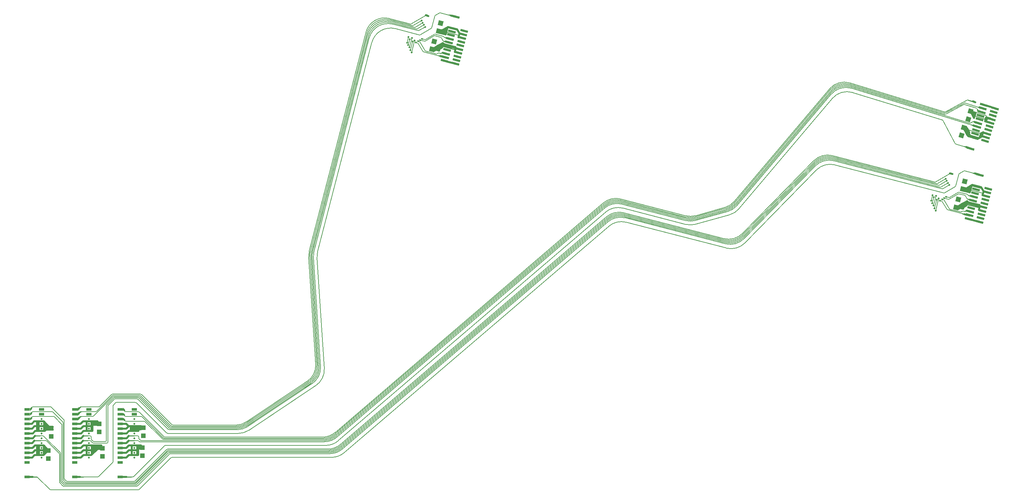
<source format=gbr>
*
G4_C Author: OrCAD GerbTool(tm) 8.1.1 Wed Jun 18 23:47:49 2003*
G4 Mass Parameters *
G4 Image *
G4 Aperture Definitions *
G4 Plot Data *
G4 Mass Parameters *
G4 Image *
G4 Aperture Definitions *
G4 Plot Data *
G4 Mass Parameters *
G4 Image *
G4 Aperture Definitions *
G4 Plot Data *
G4 Mass Parameters *
G4 Image *
G4 Aperture Definitions *
G4 Plot Data *
G4 Mass Parameters *
G4 Image *
G4 Aperture Definitions *
G4 Plot Data *
G4 Mass Parameters *
G4 Image *
G4 Aperture Definitions *
G4 Plot Data *
G4 Mass Parameters *
G4 Image *
G4 Aperture Definitions *
G4 Plot Data *
G4 Mass Parameters *
G4 Image *
G4 Aperture Definitions *
G4 Plot Data *
%LPD*%
%FSLAX34Y34*%
%MOIN*%
%AD*%
%AMD25R98*
20,1,0.025000,0.000000,-0.035000,0.000000,0.035000,98.600000*
%
%AMD10R98*
20,1,0.050000,-0.025000,0.000000,0.025000,0.000000,98.600000*
%
%AMD25R98N2*
20,1,0.025000,0.000000,-0.035000,0.000000,0.035000,98.600000*
%
%AMD10R98N2*
20,1,0.050000,-0.025000,0.000000,0.025000,0.000000,98.600000*
%
%AMD25R86*
20,1,0.025000,0.000000,-0.035000,0.000000,0.035000,86.080000*
%
%AMD10R86*
20,1,0.050000,-0.025000,0.000000,0.025000,0.000000,86.080000*
%
%AMD16R5*
20,1,0.025000,-0.035000,0.000000,0.035000,0.000000,5.450000*
%
%AMD10R5*
20,1,0.050000,-0.025000,0.000000,0.025000,0.000000,5.450000*
%
%AMD16R5N2*
20,1,0.025000,-0.035000,0.000000,0.035000,0.000000,5.450000*
%
%AMD10R5N2*
20,1,0.050000,-0.025000,0.000000,0.025000,0.000000,5.450000*
%
%AMD31R3*
20,1,0.025000,0.034920,-0.002390,-0.034920,0.002390,3.950000*
%
%AMD32R3*
20,1,0.050000,-0.001710,-0.024940,0.001710,0.024940,3.950000*
%
%AMD31R3N2*
20,1,0.025000,0.034920,-0.002390,-0.034920,0.002390,3.910000*
%
%AMD32R3N2*
20,1,0.050000,-0.001710,-0.024940,0.001710,0.024940,3.910000*
%
%AMD31R3N3*
20,1,0.025000,0.034920,-0.002390,-0.034920,0.002390,3.920000*
%
%AMD32R3N3*
20,1,0.050000,-0.001710,-0.024940,0.001710,0.024940,3.920000*
%
%AMD29R80*
20,1,0.022000,0.000000,-0.040000,0.000000,0.040000,80.000000*
%
%AMD42R80*
20,1,0.050000,-0.025000,0.000000,0.025000,0.000000,80.000000*
%
%AMD43R280*
20,1,0.022000,0.039390,-0.006950,-0.039390,0.006950,280.000000*
%
%AMD44R280*
20,1,0.050000,-0.004340,-0.024620,0.004340,0.024620,280.000000*
%
%AMD45R78*
20,1,0.022000,0.000000,-0.040000,0.000000,0.040000,78.000000*
%
%AMD46R78*
20,1,0.050000,-0.025000,0.000000,0.025000,0.000000,78.000000*
%
%AMD29R75*
20,1,0.022000,0.000000,-0.040000,0.000000,0.040000,75.000000*
%
%AMD42R75*
20,1,0.050000,-0.025000,0.000000,0.025000,0.000000,75.000000*
%
%AMD29R73*
20,1,0.022000,0.000000,-0.040000,0.000000,0.040000,73.000000*
%
%AMD42R73*
20,1,0.050000,-0.025000,0.000000,0.025000,0.000000,73.000000*
%
%AMD29R75N2*
20,1,0.022000,0.000000,-0.040000,0.000000,0.040000,75.500000*
%
%AMD42R75N2*
20,1,0.050000,-0.025000,0.000000,0.025000,0.000000,75.500000*
%
%AMD29R75N3*
20,1,0.022000,0.000000,-0.040000,0.000000,0.040000,75.500000*
%
%AMD42R75N3*
20,1,0.050000,-0.025000,0.000000,0.025000,0.000000,75.500000*
%
%AMD29R75N4*
20,1,0.022000,0.000000,-0.040000,0.000000,0.040000,75.500000*
%
%AMD42R75N4*
20,1,0.050000,-0.025000,0.000000,0.025000,0.000000,75.500000*
%
%AMD57R359*
20,1,0.022000,0.038730,-0.010020,-0.038730,0.010020,359.000000*
%
%AMD58R359*
20,1,0.050000,-0.006260,-0.024200,0.006260,0.024200,359.000000*
%
%AMD59R359*
20,1,0.022000,0.038550,-0.010690,-0.038550,0.010690,359.000000*
%
%AMD60R359*
20,1,0.050000,-0.006680,-0.024090,0.006680,0.024090,359.000000*
%
%AMD61R359*
20,1,0.022000,0.038360,-0.011360,-0.038360,0.011360,359.500000*
%
%AMD62R359*
20,1,0.050000,-0.007100,-0.023970,0.007100,0.023970,359.500000*
%
%ADD10R,0.050000X0.050000*%
%ADD11C,0.006000*%
%ADD12C,0.019000*%
%ADD13C,0.007900*%
%ADD14C,0.005000*%
%ADD15C,0.000800*%
%ADD16R,0.070000X0.025000*%
%ADD17R,0.068000X0.023000*%
%ADD18C,0.006000*%
%ADD19C,0.009800*%
%ADD20C,0.010000*%
%ADD21C,0.030000*%
%ADD22C,0.060000*%
%ADD23C,0.035000*%
%ADD24C,0.055000*%
%ADD25R,0.025000X0.070000*%
%ADD26D25R98*%
%ADD27R,0.029000X0.058000*%
%ADD28R,0.031000X0.060000*%
%ADD29R,0.022000X0.080000*%
%ADD30R,0.024000X0.082000*%
%ADD31R,0.030000X0.030000*%
%ADD32D10R86*%
%ADD33D16R5*%
%ADD34D10R5*%
%ADD35D16R5N2*%
%ADD36D10R5N2*%
%ADD37D31R3*%
%ADD38D32R3*%
%ADD39R,0.070000X0.025000*%
%ADD40D32R3N2*%
%ADD41R,0.070000X0.025000*%
%ADD42R,0.050000X0.050000*%
%ADD43D29R80*%
%ADD44D42R80*%
%ADD45R,0.022000X0.080000*%
%ADD46R,0.050000X0.050000*%
%ADD47D45R78*%
%ADD48D46R78*%
%ADD49D29R75*%
%ADD50D42R75*%
%ADD51D29R73*%
%ADD52D42R73*%
%ADD53D29R75N2*%
%ADD54D42R75N2*%
%ADD55D29R75N3*%
%ADD56D42R75N3*%
%ADD57D29R75N4*%
%ADD58D42R75N4*%
%ADD59D57R359*%
%ADD60D58R359*%
%ADD61D59R359*%
%ADD62D60R359*%
%ADD63D61R359*%
%ADD64D62R359*%
%ADD256R,0.058000X0.029000*%
G4_C OrCAD GerbTool Tool List *
G54D20*
G1X11531Y1861D2*
G1X11022Y1861D1*
G1X12214Y4121D2*
G54D12*
G1X12214Y4594D1*
G1X12214Y4239D2*
G1X12214Y4711D1*
G1X12267Y6616D2*
G1X12268Y7090D1*
G1X12185Y6111D2*
G54D11*
G1X11597Y6110D1*
G1X12285Y6011D2*
G75*
G3X12185Y6111I-100J0D1*
G74*
G1X11680Y1861D2*
G1X11418Y1861D1*
G1X11750Y1890D2*
G75*
G2X11680Y1861I-71J71D1*
G74*
G1X6222Y1859D2*
G54D12*
G1X5671Y1859D1*
G1X8064Y1862D2*
G54D11*
G1X6420Y1861D1*
G1X8134Y1891D2*
G75*
G2X8064Y1862I-71J71D1*
G74*
G1X6121Y1859D2*
G54D20*
G1X6562Y1859D1*
G1X1322Y1861D2*
G54D12*
G1X773Y1861D1*
G1X1732Y1861D2*
G54D20*
G1X1223Y1861D1*
G1X1802Y1830D2*
G75*
G54D11*
G3X1732Y1861I-71J-71D1*
G74*
G1X10962Y7361D2*
G54D12*
G1X10386Y7360D1*
G1X10517Y6360D2*
G1X11012Y6360D1*
G1X11263Y6612D1*
G1X10524Y5859D2*
G1X11023Y5859D1*
G1X11009Y4862D2*
G1X10462Y4862D1*
G1X10461Y4362D2*
G1X11008Y4362D1*
G1X11259Y4612D1*
G1X10995Y5361D2*
G1X11246Y5612D1*
G1X11260Y5112D2*
G1X11009Y4862D1*
G1X11250Y4112D2*
G1X11002Y3862D1*
G1X11023Y5859D2*
G1X11276Y6112D1*
G1X11007Y6864D2*
G1X10434Y6864D1*
G1X11255Y7112D2*
G1X11007Y6864D1*
G1X9620Y9219D2*
G75*
G54D11*
G2X9650Y9290I100J0D1*
G74*
G1X6322Y9104D2*
G1X6192Y8998D1*
G1X6262Y7358D2*
G54D12*
G1X6514Y7610D1*
G1X6311Y6358D2*
G1X6562Y6610D1*
G1X6308Y4360D2*
G1X6558Y4609D1*
G1X6294Y5360D2*
G1X6544Y5610D1*
G1X6558Y5109D2*
G1X6309Y4860D1*
G1X6549Y4110D2*
G1X6300Y3860D1*
G1X6544Y5610D2*
G54D20*
G1X7021Y5609D1*
G1X6322Y5858D2*
G54D12*
G1X6576Y6111D1*
G1X6576Y6110D2*
G54D20*
G1X7022Y6110D1*
G1X7823Y4610D2*
G54D12*
G1X6575Y4610D1*
G1X7874Y4609D2*
G1X7373Y4110D1*
G1X6549Y4110D1*
G1X6554Y7110D2*
G1X6307Y6861D1*
G1X7847Y4661D2*
G1X7397Y5110D1*
G1X7481Y7110D2*
G1X6554Y7110D1*
G1X6514Y7610D2*
G1X7481Y7610D1*
G1X7482Y6610D2*
G1X6562Y6610D1*
G1X8230Y4963D2*
G1X7729Y4464D1*
G1X6182Y8480D2*
G54D11*
G1X6318Y8592D1*
G75*
G2X6381Y8614I63J-78D1*
G74*
G1X6294Y8072D2*
G1X6187Y7985D1*
G1X6358Y8096D2*
G75*
G3X6294Y8072I0J-100D1*
G74*
G1X7245Y5610D2*
G1X6796Y5610D1*
G1X7317Y5580D2*
G75*
G3X7245Y5610I-71J-71D1*
G74*
G1X7389Y5721D2*
G75*
G2X7360Y5791I71J71D1*
G74*
G1X7360Y6009D1*
G1X7260Y6110D2*
G1X6796Y6110D1*
G1X7360Y6009D2*
G75*
G3X7260Y6110I-100J0D1*
G74*
G1X7555Y5554D2*
G1X7389Y5721D1*
G1X7626Y5524D2*
G75*
G2X7555Y5554I0J100D1*
G74*
G1X7507Y5389D2*
G1X7317Y5580D1*
G1X7578Y5360D2*
G75*
G2X7507Y5389I0J100D1*
G74*
G1X1036Y7755D2*
G1X1166Y7861D1*
G1X1036Y7968D1*
G1X1056Y7939D2*
G1X1056Y7785D1*
G1X1094Y7916D2*
G1X1093Y7807D1*
G1X1041Y7862D2*
G1X1166Y7861D1*
G1X1036Y8255D2*
G1X1166Y8362D1*
G1X1057Y8439D2*
G1X1056Y8285D1*
G1X1093Y8416D2*
G1X1094Y8308D1*
G1X1041Y8362D2*
G1X1166Y8362D1*
G1X1058Y8939D2*
G1X1057Y8785D1*
G1X1094Y8916D2*
G1X1095Y8808D1*
G1X1043Y8861D2*
G1X1167Y8862D1*
G1X1233Y8517D2*
G75*
G2X1332Y8617I100J0D1*
G74*
G1X1233Y8461D2*
G1X1233Y8517D1*
G1X1132Y8362D2*
G75*
G3X1233Y8461I0J100D1*
G74*
G1X1041Y7862D2*
G1X1166Y7861D1*
G1X1232Y8016D2*
G75*
G2X1332Y8116I100J0D1*
G74*
G1X1233Y7962D2*
G1X1232Y8016D1*
G1X1132Y7862D2*
G75*
G3X1233Y7962I0J100D1*
G74*
G1X1166Y8862D2*
G1X1036Y8968D1*
G1X1042Y8862D2*
G1X1166Y8862D1*
G1X1132Y8861D2*
G75*
G3X1232Y8962I0J100D1*
G74*
G1X1164Y8361D2*
G1X1035Y8468D1*
G1X1081Y8407D2*
G1X1206Y8406D1*
G1X1085Y8442D2*
G1X1210Y8442D1*
G1X1132Y8481D2*
G1X1262Y8587D1*
G1X1090Y8416D2*
G1X1220Y8522D1*
G1X1021Y8467D2*
G1X1145Y8466D1*
G1X1099Y8389D2*
G1X1229Y8495D1*
G1X1034Y8968D2*
G1X1160Y8968D1*
G1X1074Y8908D2*
G1X1198Y8908D1*
G1X1076Y8947D2*
G1X1201Y8946D1*
G1X1230Y9019D2*
G1X1100Y8912D1*
G1X1223Y8978D2*
G1X1093Y8872D1*
G1X1208Y8953D2*
G1X1078Y8847D1*
G1X1073Y8433D2*
G1X1203Y8540D1*
G1X1137Y7986D2*
G1X1267Y8092D1*
G1X1056Y7920D2*
G1X1186Y8026D1*
G1X997Y7967D2*
G1X1121Y7967D1*
G1X1089Y7906D2*
G1X1214Y7906D1*
G1X1092Y7939D2*
G1X1217Y7939D1*
G1X1096Y7966D2*
G1X1221Y7965D1*
G1X1091Y7907D2*
G1X1221Y8014D1*
G1X1232Y8962D2*
G1X1232Y9022D1*
G75*
G2X1333Y9122I100J0D1*
G74*
G1X1274Y9105D2*
G1X1144Y8999D1*
G1X1218Y9060D2*
G1X1088Y8954D1*
G1X1213Y7359D2*
G54D12*
G1X636Y7360D1*
G1X1213Y7359D2*
G1X1465Y7611D1*
G1X1105Y8921D2*
G54D11*
G1X1233Y9050D1*
G1X766Y6359D2*
G54D12*
G1X1262Y6359D1*
G1X774Y5859D2*
G1X1274Y5859D1*
G1X712Y3861D2*
G1X1212Y3861D1*
G1X1260Y4861D2*
G1X712Y4860D1*
G1X712Y4361D2*
G1X1258Y4361D1*
G1X712Y5361D2*
G1X1246Y5361D1*
G1X1495Y5611D1*
G1X1501Y4111D2*
G1X1251Y3861D1*
G1X1257Y6862D2*
G1X685Y6863D1*
G1X1505Y7111D2*
G1X1257Y6862D1*
G1X1048Y8765D2*
G54D11*
G1X1178Y8872D1*
G1X1626Y6111D2*
G54D20*
G1X2072Y6110D1*
G1X2925Y4611D2*
G54D12*
G1X2425Y4111D1*
G1X2897Y4661D2*
G1X2448Y5111D1*
G1X1311Y6359D2*
G1X1563Y6611D1*
G1X1307Y4361D2*
G1X1558Y4611D1*
G1X1558Y5110D2*
G1X1309Y4861D1*
G1X1323Y5859D2*
G1X1575Y6112D1*
G1X14970Y5981D2*
G75*
G54D11*
G2X14900Y6010I0J100D1*
G74*
G1X14898Y5861D2*
G75*
G2X14828Y5890I0J100D1*
G74*
G1X14817Y5741D2*
G75*
G2X14747Y5770I0J100D1*
G74*
G1X14952Y5092D2*
G1X11750Y1890D1*
G1X15022Y5121D2*
G75*
G3X14952Y5092I0J-100D1*
G74*
G1X15263Y4741D2*
G75*
G3X15193Y4712I0J-100D1*
G74*
G1X15251Y4592D2*
G75*
G2X15321Y4621I71J-71D1*
G74*
G1X15378Y4501D2*
G75*
G3X15308Y4472I0J-100D1*
G74*
G1X15371Y4352D2*
G75*
G2X15441Y4381I71J-71D1*
G74*
G1X15515Y4261D2*
G75*
G3X15445Y4232I0J-100D1*
G74*
G1X15640Y3852D2*
G75*
G2X15710Y3881I71J-71D1*
G74*
G1X9755Y9929D2*
G75*
G2X9825Y9958I71J-71D1*
G74*
G1X9681Y10049D2*
G75*
G2X9751Y10078I71J-71D1*
G74*
G1X9618Y10169D2*
G75*
G2X9688Y10198I71J-71D1*
G74*
G1X9561Y10289D2*
G75*
G2X9631Y10318I71J-71D1*
G74*
G1X9504Y10409D2*
G75*
G2X9574Y10438I71J-71D1*
G74*
G1X9650Y9290D2*
G1X9906Y9547D1*
G75*
G2X9976Y9576I71J-71D1*
G74*
G1X12146Y931D2*
G1X15445Y4232D1*
G1X12076Y902D2*
G75*
G3X12146Y931I0J100D1*
G74*
G1X15371Y4352D2*
G1X12071Y1051D1*
G75*
G2X12001Y1022I-71J71D1*
G74*
G1X12008Y1171D2*
G1X15308Y4472D1*
G1X11938Y1142D2*
G75*
G3X12008Y1171I0J100D1*
G74*
G1X15251Y4592D2*
G1X11951Y1291D1*
G75*
G2X11881Y1262I-71J71D1*
G74*
G1X11893Y1411D2*
G1X15193Y4712D1*
G1X11823Y1382D2*
G75*
G3X11893Y1411I0J100D1*
G74*
G1X11823Y1382D2*
G1X4874Y1382D1*
G75*
G2X4804Y1411I0J100D1*
G74*
G1X4775Y1262D2*
G1X11881Y1262D1*
G1X4704Y1291D2*
G75*
G3X4775Y1262I71J71D1*
G74*
G1X11938Y1142D2*
G1X4677Y1142D1*
G75*
G2X4606Y1171I0J100D1*
G74*
G1X4602Y1022D2*
G1X12001Y1022D1*
G1X4532Y1051D2*
G75*
G3X4602Y1022I71J71D1*
G74*
G1X12076Y902D2*
G1X4503Y902D1*
G75*
G2X4433Y931I0J100D1*
G74*
G1X4119Y1245D1*
G1X4090Y1315D2*
G75*
G3X4119Y1245I100J0D1*
G74*
G1X4532Y1051D2*
G1X4239Y1344D1*
G75*
G2X4210Y1414I71J71D1*
G74*
G1X4606Y1171D2*
G1X4359Y1420D1*
G75*
G2X4330Y1490I71J71D1*
G74*
G1X4479Y1518D2*
G1X4704Y1291D1*
G1X4450Y1588D2*
G75*
G3X4479Y1518I100J0D1*
G74*
G1X4804Y1411D2*
G1X4602Y1613D1*
G75*
G2X4573Y1683I71J71D1*
G74*
G1X4090Y1315D2*
G1X4090Y4220D1*
G75*
G3X4061Y4290I-100J0D1*
G74*
G1X4210Y1414D2*
G1X4210Y4270D1*
G75*
G3X4181Y4340I-100J0D1*
G74*
G1X4061Y4290D2*
G1X2768Y5582D1*
G1X2698Y5611D2*
G1X1848Y5611D1*
G1X2768Y5582D2*
G75*
G3X2698Y5611I-71J-71D1*
G74*
G1X4181Y4340D2*
G1X2439Y6082D1*
G1X2369Y6111D2*
G1X1847Y6111D1*
G1X2439Y6082D2*
G75*
G3X2369Y6111I-71J-71D1*
G74*
G1X4330Y1490D2*
G1X4330Y7265D1*
G75*
G3X4301Y7335I-100J0D1*
G74*
G1X4450Y1588D2*
G1X4450Y7485D1*
G75*
G3X4421Y7555I-100J0D1*
G74*
G1X4573Y1683D2*
G1X4573Y7721D1*
G75*
G3X4544Y7791I-100J0D1*
G74*
G1X4301Y7335D2*
G1X3550Y8087D1*
G75*
G3X3480Y8116I-71J-71D1*
G74*
G1X4421Y7555D2*
G1X3390Y8587D1*
G75*
G3X3320Y8616I-71J-71D1*
G74*
G1X4544Y7791D2*
G1X3243Y9092D1*
G75*
G3X3173Y9121I-71J-71D1*
G74*
G1X2425Y4111D2*
G54D12*
G1X1501Y4111D1*
G1X2874Y4611D2*
G1X1541Y4611D1*
G1X2448Y5111D2*
G1X1541Y5110D1*
G1X2172Y5611D2*
G54D20*
G1X1541Y5611D1*
G1X2533Y7111D2*
G54D12*
G1X1505Y7111D1*
G1X3320Y8616D2*
G54D11*
G1X1332Y8616D1*
G1X3173Y9121D2*
G1X1333Y9121D1*
G1X3480Y8116D2*
G1X1331Y8116D1*
G1X1802Y1830D2*
G1X3082Y551D1*
G75*
G3X3152Y522I71J71D1*
G74*
G1X12271Y522D1*
G1X12341Y551D2*
G1X15640Y3852D1*
G1X12271Y522D2*
G75*
G3X12341Y551I0J100D1*
G74*
G1X8134Y1891D2*
G1X9591Y3348D1*
G1X9620Y3418D2*
G1X9620Y9219D1*
G1X9591Y3348D2*
G75*
G3X9620Y3418I-71J71D1*
G74*
G1X5662Y3860D2*
G54D12*
G1X6261Y3860D1*
G1X5660Y4360D2*
G1X6308Y4360D1*
G1X6309Y4860D2*
G1X5661Y4859D1*
G1X5661Y5360D2*
G1X6294Y5360D1*
G1X5723Y5858D2*
G1X6322Y5858D1*
G1X5715Y6358D2*
G1X6311Y6358D1*
G1X6262Y7358D2*
G1X5585Y7359D1*
G1X6307Y6861D2*
G1X5633Y6862D1*
G1X6120Y7872D2*
G54D11*
G1X5990Y7977D1*
G1X5990Y7766D2*
G1X6120Y7872D1*
G1X5995Y7872D1*
G1X6010Y7949D2*
G1X6010Y7794D1*
G1X6120Y7872D2*
G1X5995Y7872D1*
G1X6043Y7916D2*
G1X6169Y7916D1*
G1X6086Y7872D2*
G75*
G3X6187Y7972I0J100D1*
G74*
G1X6050Y7976D2*
G1X6175Y7976D1*
G1X6045Y7918D2*
G1X6175Y8024D1*
G1X6186Y8013D2*
G1X6186Y8068D1*
G1X6208Y8091D2*
G1X6010Y7930D1*
G1X6048Y7926D2*
G1X6048Y7818D1*
G1X6046Y7949D2*
G1X6171Y7949D1*
G1X6270Y8114D2*
G75*
G3X6208Y8091I0J-101D1*
G74*
G1X6187Y7972D2*
G1X6187Y8027D1*
G1X6414Y8114D2*
G1X6270Y8114D1*
G1X5952Y7958D2*
G1X6065Y8011D1*
G1X6052Y8005D2*
G1X6165Y8057D1*
G1X6120Y8372D2*
G1X5990Y8477D1*
G1X5990Y8266D2*
G1X6120Y8372D1*
G1X5995Y8372D1*
G1X6010Y8449D2*
G1X6010Y8294D1*
G1X6120Y8372D2*
G1X5995Y8372D1*
G1X6043Y8416D2*
G1X6169Y8416D1*
G1X6086Y8372D2*
G75*
G3X6187Y8472I0J100D1*
G74*
G1X6050Y8476D2*
G1X6175Y8476D1*
G1X6045Y8418D2*
G1X6175Y8524D1*
G1X6186Y8513D2*
G1X6186Y8568D1*
G1X6208Y8591D2*
G1X6010Y8430D1*
G1X6048Y8426D2*
G1X6048Y8318D1*
G1X6046Y8449D2*
G1X6171Y8449D1*
G1X6270Y8614D2*
G75*
G3X6208Y8591I0J-101D1*
G74*
G1X6187Y8472D2*
G1X6187Y8527D1*
G1X6414Y8614D2*
G1X6270Y8614D1*
G1X5952Y8459D2*
G1X6065Y8511D1*
G1X6052Y8505D2*
G1X6165Y8558D1*
G1X6122Y8871D2*
G1X5992Y8976D1*
G1X5992Y8765D2*
G1X6122Y8871D1*
G1X5997Y8871D1*
G1X6012Y8948D2*
G1X6012Y8793D1*
G1X6122Y8871D2*
G1X5997Y8871D1*
G1X6045Y8915D2*
G1X6171Y8915D1*
G1X6088Y8871D2*
G75*
G3X6189Y8971I0J100D1*
G74*
G1X6052Y8975D2*
G1X6177Y8975D1*
G1X6047Y8917D2*
G1X6177Y9023D1*
G1X6188Y9012D2*
G1X6188Y9067D1*
G1X6210Y9090D2*
G1X6012Y8929D1*
G1X6050Y8925D2*
G1X6050Y8817D1*
G1X6048Y8948D2*
G1X6173Y8948D1*
G1X6272Y9113D2*
G75*
G3X6210Y9090I0J-101D1*
G74*
G1X6189Y8971D2*
G1X6189Y9026D1*
G1X6416Y9113D2*
G1X6272Y9113D1*
G1X5954Y8957D2*
G1X6067Y9010D1*
G1X6054Y9004D2*
G1X6167Y9056D1*
G1X6128Y8469D2*
G1X6264Y8581D1*
G1X6146Y7992D2*
G1X6282Y8104D1*
G1X12268Y6611D2*
G54D12*
G1X11263Y6611D1*
G1X11277Y6110D2*
G54D20*
G1X11823Y6111D1*
G1X11246Y5611D2*
G1X11823Y5611D1*
G1X12529Y5111D2*
G54D12*
G1X11260Y5111D1*
G1X12214Y4611D2*
G1X11276Y4611D1*
G1X12214Y4111D2*
G1X11250Y4111D1*
G1X12213Y5611D2*
G54D11*
G1X11566Y5611D1*
G1X12283Y5582D2*
G75*
G3X12213Y5611I-71J-71D1*
G74*
G1X12283Y5582D2*
G1X12335Y5530D1*
G75*
G3X12405Y5501I71J71D1*
G74*
G1X12285Y5858D2*
G1X12285Y6011D1*
G1X12314Y5787D2*
G75*
G2X12285Y5858I71J71D1*
G74*
G1X12314Y5787D2*
G1X12451Y5650D1*
G75*
G3X12521Y5621I71J71D1*
G74*
G1X10462Y5361D2*
G54D12*
G1X10995Y5361D1*
G1X10462Y3861D2*
G1X10963Y3861D1*
G1X11022Y1861D2*
G1X10472Y1861D1*
G1X11832Y6359D3*
G1X11831Y5859D3*
G1X11831Y4360D3*
G1X11830Y5360D3*
G1X11830Y4860D3*
G1X11831Y3859D3*
G1X11830Y7860D3*
G54D256*
G1X11830Y8360D3*
G1X11832Y8860D3*
G1X10361Y8362D3*
G1X10360Y7861D3*
G1X10360Y7362D3*
G1X10360Y6862D3*
G1X10360Y6361D3*
G1X10361Y5861D3*
G1X10361Y5361D3*
G1X10360Y4860D3*
G1X10361Y4361D3*
G1X10360Y3862D3*
G1X10361Y3361D3*
G1X10360Y1861D3*
G1X10361Y8861D3*
G1X12529Y6793D2*
G54D12*
G1X12141Y6793D1*
G1X12536Y6969D2*
G1X12141Y6969D1*
G1X11830Y7360D3*
G1X12528Y7109D2*
G1X11255Y7109D1*
G54D42*
G1X12668Y4040D3*
G1X12669Y4880D3*
G1X12745Y6104D3*
G1X12746Y6944D3*
G54D12*
G1X7143Y6359D3*
G1X7142Y5859D3*
G1X7142Y4360D3*
G1X7142Y6859D3*
G1X7141Y7360D3*
G1X7141Y5360D3*
G1X7141Y4860D3*
G1X7142Y3859D3*
G54D256*
G1X5672Y8362D3*
G1X5671Y7861D3*
G1X5671Y7362D3*
G1X5671Y6862D3*
G1X5671Y6361D3*
G1X5672Y5861D3*
G1X5672Y5361D3*
G1X5671Y4860D3*
G1X5672Y4361D3*
G1X5671Y3862D3*
G1X5672Y3361D3*
G1X5671Y1861D3*
G1X5672Y8861D3*
G1X7141Y8860D3*
G1X7141Y8360D3*
G54D12*
G1X7141Y7860D3*
G1X9618Y10169D2*
G54D11*
G1X7593Y8143D1*
G1X7523Y8114D2*
G1X6358Y8114D1*
G1X7593Y8143D2*
G75*
G2X7523Y8114I-71J71D1*
G74*
G1X6381Y8614D2*
G1X7846Y8614D1*
G1X7916Y8643D2*
G1X9561Y10289D1*
G1X7846Y8614D2*
G75*
G3X7916Y8643I0J100D1*
G74*
G1X9504Y10409D2*
G1X8236Y9142D1*
G1X8166Y9113D2*
G1X6381Y9113D1*
G1X8236Y9142D2*
G75*
G2X8166Y9113I-71J71D1*
G74*
G1X6888Y7077D2*
G54D12*
G1X6888Y7550D1*
G1X6888Y6635D2*
G1X6888Y7108D1*
G1X7397Y6640D2*
G1X7397Y7113D1*
G1X7397Y7047D2*
G1X7397Y7520D1*
G1X5976Y7940D2*
G54D11*
G1X5976Y7785D1*
G1X5961Y7902D2*
G1X5961Y7747D1*
G1X5974Y8438D2*
G1X5974Y8283D1*
G1X5961Y8402D2*
G1X5961Y8247D1*
G1X5971Y8934D2*
G1X5971Y8779D1*
G1X5961Y8902D2*
G1X5961Y8747D1*
G1X6275Y9117D2*
G1X6145Y9011D1*
G1X8838Y5525D2*
G1X7626Y5525D1*
G1X8938Y5625D2*
G75*
G2X8838Y5525I-100J0D1*
G74*
G1X7578Y5360D2*
G1X8989Y5360D1*
G75*
G3X9089Y5460I0J100D1*
G74*
G1X9088Y9220D1*
G1X9117Y9291D2*
G1X9755Y9929D1*
G1X9088Y9220D2*
G75*
G2X9117Y9291I100J0D1*
G74*
G1X8938Y5625D2*
G1X8938Y9264D1*
G1X8967Y9335D2*
G1X9681Y10049D1*
G1X8938Y9264D2*
G75*
G2X8967Y9335I100J0D1*
G74*
G54D42*
G1X8537Y3986D3*
G1X8538Y4826D3*
G1X8026Y7610D2*
G54D12*
G1X7456Y7610D1*
G1X7481Y6610D2*
G1X7481Y7599D1*
G1X7415Y6969D2*
G1X7471Y6969D1*
G1X7471Y6792D2*
G1X7415Y6792D1*
G1X8033Y7438D2*
G1X7463Y7438D1*
G1X8039Y7251D2*
G1X7469Y7251D1*
G54D42*
G1X8206Y6528D3*
G1X8207Y7368D3*
G54D12*
G1X2214Y6358D3*
G1X2213Y5858D3*
G1X2213Y4359D3*
G1X2213Y6858D3*
G1X2212Y7359D3*
G1X2212Y5359D3*
G1X2212Y4859D3*
G1X2213Y3858D3*
G1X2212Y7859D3*
G54D256*
G1X2212Y8359D3*
G1X2214Y8859D3*
G1X742Y8361D3*
G1X741Y7860D3*
G1X741Y7361D3*
G1X741Y6861D3*
G1X741Y6360D3*
G1X742Y5860D3*
G1X742Y5360D3*
G1X741Y4859D3*
G1X742Y4360D3*
G1X741Y3861D3*
G1X742Y3360D3*
G1X741Y1859D3*
G1X742Y8860D3*
G1X1505Y7611D2*
G54D12*
G1X2447Y7611D1*
G54D42*
G1X2924Y3751D3*
G1X2925Y4591D3*
G1X3243Y6055D3*
G1X3244Y6895D3*
G1X2538Y7049D2*
G54D12*
G1X3398Y7049D1*
G1X2898Y7161D2*
G1X2449Y7611D1*
G1X3150Y6907D2*
G1X2701Y7357D1*
G1X2538Y6740D2*
G1X3398Y6740D1*
G1X2486Y6904D2*
G1X3346Y6904D1*
G1X3075Y6863D2*
G1X2626Y7313D1*
G1X2632Y6726D2*
G1X2632Y7403D1*
G1X2479Y6611D2*
G1X2479Y7561D1*
G1X3009Y7055D2*
G1X2559Y6611D1*
G1X2541Y6610D2*
G1X1586Y6610D1*
G1X1951Y4133D2*
G1X1951Y5083D1*
G1X1768Y4140D2*
G1X1768Y5090D1*
G1X1933Y6627D2*
G1X1933Y7577D1*
G1X1748Y6613D2*
G1X1748Y7563D1*
G1X2473Y5080D2*
G1X2473Y4181D1*
G1X2631Y4911D2*
G1X2631Y4411D1*
G1X12116Y6695D2*
G1X12116Y7110D1*
G1X11445Y6660D2*
G1X11445Y7110D1*
G1X11226Y7115D2*
G1X10974Y7369D1*
G54D256*
G1X11780Y6943D3*
G1X11759Y6788D3*
G1X10649Y7966D2*
G54D11*
G1X10779Y7860D1*
G1X10649Y7754D1*
G1X10655Y7860D2*
G1X10779Y7860D1*
G1X10655Y7860D1*
G1X10745Y7861D2*
G75*
G2X10845Y7760I0J-100D1*
G74*
G1X10670Y7803D2*
G1X10800Y7696D1*
G1X10609Y7756D2*
G1X10735Y7755D1*
G1X10703Y7816D2*
G1X10827Y7816D1*
G1X10705Y7783D2*
G1X10831Y7783D1*
G1X10710Y7756D2*
G1X10834Y7756D1*
G1X10705Y7814D2*
G1X10835Y7708D1*
G1X10845Y7724D2*
G1X10844Y7669D1*
G1X10845Y7769D2*
G1X10845Y7714D1*
G1X10664Y7920D2*
G1X10664Y7793D1*
G1X10650Y8466D2*
G1X10780Y8360D1*
G1X10654Y8361D1*
G1X10746Y8360D2*
G75*
G2X10845Y8260I0J-100D1*
G74*
G1X10778Y8360D2*
G1X10647Y8254D1*
G1X10695Y8316D2*
G1X10820Y8315D1*
G1X10698Y8280D2*
G1X10823Y8280D1*
G1X10703Y8306D2*
G1X10833Y8200D1*
G1X10633Y8255D2*
G1X10759Y8255D1*
G1X10713Y8333D2*
G1X10843Y8227D1*
G1X10687Y8288D2*
G1X10817Y8182D1*
G1X10844Y8231D2*
G1X10844Y8176D1*
G1X10844Y8274D2*
G1X10844Y8219D1*
G1X10668Y8415D2*
G1X10668Y8288D1*
G1X10655Y8863D2*
G1X10781Y8863D1*
G1X10650Y8969D1*
G1X10780Y8863D2*
G1X10649Y8757D1*
G1X10654Y8863D2*
G1X10780Y8863D1*
G1X10745Y8863D2*
G75*
G2X10845Y8763I0J-100D1*
G74*
G1X10647Y8758D2*
G1X10772Y8757D1*
G1X10686Y8817D2*
G1X10812Y8818D1*
G1X10690Y8778D2*
G1X10814Y8778D1*
G1X10843Y8706D2*
G1X10713Y8812D1*
G1X10837Y8748D2*
G1X10707Y8853D1*
G1X10821Y8772D2*
G1X10691Y8878D1*
G1X10845Y8763D2*
G1X10846Y8703D1*
G1X10830Y8665D2*
G1X10700Y8771D1*
G1X10718Y8804D2*
G1X10846Y8675D1*
G1X10664Y8913D2*
G1X10664Y8786D1*
G1X10750Y7736D2*
G1X10857Y7649D1*
G75*
G3X10920Y7627I63J78D1*
G74*
G1X10746Y8241D2*
G1X10871Y8140D1*
G75*
G3X10934Y8117I63J77D1*
G74*
G1X10756Y8726D2*
G1X10862Y8640D1*
G75*
G3X10925Y8617I63J77D1*
G74*
G1X14747Y5770D2*
G1X12921Y7597D1*
G1X12850Y7627D2*
G1X10920Y7627D1*
G1X12921Y7597D2*
G75*
G3X12850Y7627I-71J-71D1*
G74*
G1X10934Y8117D2*
G1X12560Y8117D1*
G1X12630Y8088D2*
G1X14828Y5890D1*
G1X12560Y8117D2*
G75*
G2X12630Y8088I0J-100D1*
G74*
G1X12214Y4261D2*
G54D12*
G1X12114Y4262D1*
G1X12215Y4424D2*
G1X12115Y4424D1*
G1X12528Y4769D2*
G1X12115Y4769D1*
G1X12115Y4931D2*
G1X12528Y4931D1*
G1X11574Y4115D2*
G1X11574Y4588D1*
G1X11574Y4559D2*
G1X11574Y5031D1*
G1X12114Y4131D2*
G1X12114Y4604D1*
G1X12115Y4554D2*
G1X12115Y5027D1*
G1X6884Y4127D2*
G1X6884Y4600D1*
G1X7641Y4423D2*
G1X7432Y4423D1*
G1X6884Y4600D2*
G1X6884Y5073D1*
G1X8440Y4767D2*
G1X7432Y4767D1*
G1X7432Y4930D2*
G1X8441Y4930D1*
G1X7428Y4200D2*
G1X7428Y4673D1*
G1X7428Y4560D2*
G1X7428Y5033D1*
G1X8440Y5110D2*
G1X6558Y5110D1*
G1X15689Y7280D2*
G75*
G54D11*
G3X15830Y7221I142J141D1*
G74*
G1X15591Y7160D2*
G75*
G3X15732Y7101I142J141D1*
G74*
G1X15637Y6981D2*
G75*
G2X15496Y7040I0J200D1*
G74*
G1X15420Y6920D2*
G75*
G3X15561Y6861I142J142D1*
G74*
G1X15462Y6741D2*
G75*
G2X15321Y6800I0J200D1*
G74*
G1X15156Y6420D2*
G75*
G3X15297Y6361I142J142D1*
G74*
G1X15830Y7221D2*
G75*
G2X15689Y7280I0J200D1*
G74*
G1X9574Y10438D2*
G1X12456Y10438D1*
G1X12598Y10379D2*
G1X15689Y7280D1*
G1X12456Y10438D2*
G75*
G2X12598Y10379I0J-200D1*
G74*
G1X9631Y10318D2*
G1X12357Y10318D1*
G1X12499Y10259D2*
G1X15591Y7160D1*
G1X12357Y10318D2*
G75*
G2X12499Y10259I0J-200D1*
G74*
G1X9688Y10198D2*
G1X12255Y10198D1*
G1X12397Y10139D2*
G1X15496Y7040D1*
G1X12255Y10198D2*
G75*
G2X12397Y10139I0J-200D1*
G74*
G1X9751Y10078D2*
G1X12179Y10078D1*
G1X12321Y10019D2*
G1X15420Y6920D1*
G1X12179Y10078D2*
G75*
G2X12321Y10019I0J-200D1*
G74*
G1X9825Y9958D2*
G1X12080Y9958D1*
G1X12222Y9899D2*
G1X15321Y6800D1*
G1X12080Y9958D2*
G75*
G2X12222Y9899I0J-200D1*
G74*
G1X9976Y9576D2*
G1X11918Y9576D1*
G1X12060Y9517D2*
G1X15156Y6420D1*
G1X11918Y9576D2*
G75*
G2X12060Y9517I0J-200D1*
G74*
G1X10925Y8617D2*
G1X12210Y8617D1*
G1X12352Y8558D2*
G1X14900Y6010D1*
G1X12210Y8617D2*
G75*
G2X12352Y8558I0J-200D1*
G74*
G1X68876Y28925D2*
G75*
G3X69915Y28935I499J1931D1*
G74*
G1X72931Y29777D1*
G75*
G3X73920Y30413I-544J1947D1*
G74*
G1X73988Y30307D2*
G75*
G2X72999Y29672I-1532J1294D1*
G74*
G1X69916Y28811D1*
G75*
G2X68877Y28801I-539J1929D1*
G74*
G1X68879Y28677D2*
G75*
G3X69917Y28687I499J1931D1*
G74*
G1X73067Y29566D1*
G75*
G3X74056Y30202I-544J1947D1*
G74*
G1X74124Y30096D2*
G75*
G2X73134Y29460I-1532J1294D1*
G74*
G1X69918Y28563D1*
G75*
G2X68880Y28553I-539J1929D1*
G74*
G1X68881Y28428D2*
G75*
G3X69919Y28438I499J1930D1*
G74*
G1X73202Y29355D1*
G75*
G3X74191Y29990I-544J1947D1*
G74*
G1X74406Y29655D2*
G75*
G2X73416Y29020I-1532J1294D1*
G74*
G1X69919Y28044D1*
G75*
G2X68881Y28034I-539J1929D1*
G74*
G1X74772Y27092D2*
G75*
G2X72843Y26555I-1430J1402D1*
G74*
G1X72880Y26421D2*
G75*
G3X74810Y26958I502J1944D1*
G74*
G1X74847Y26825D2*
G75*
G2X72917Y26288I-1430J1400D1*
G74*
G1X72954Y26154D2*
G75*
G3X74884Y26691I502J1944D1*
G74*
G1X74921Y26557D2*
G75*
G2X72991Y26021I-1430J1402D1*
G74*
G1X73083Y25571D2*
G75*
G3X75012Y26108I502J1944D1*
G74*
G1X62165Y30661D2*
G1X68876Y28925D1*
G1X60362Y30243D2*
G75*
G2X62165Y30661I1303J-1519D1*
G74*
G1X68877Y28801D2*
G1X62195Y30529D1*
G75*
G3X60392Y30112I-501J-1939D1*
G74*
G1X62225Y30397D2*
G1X68879Y28677D1*
G1X60423Y29980D2*
G75*
G2X62225Y30397I1303J-1519D1*
G74*
G1X68880Y28553D2*
G1X62257Y30265D1*
G75*
G3X60455Y29848I-501J-1939D1*
G74*
G1X62287Y30134D2*
G1X68881Y28428D1*
G1X60485Y29716D2*
G75*
G2X62287Y30134I1303J-1519D1*
G74*
G1X68881Y28034D2*
G1X62384Y29714D1*
G75*
G3X60582Y29296I-501J-1939D1*
G74*
G1X62496Y29231D2*
G1X72843Y26555D1*
G1X60694Y28813D2*
G75*
G2X62496Y29231I1303J-1519D1*
G74*
G1X72880Y26421D2*
G1X62526Y29099D1*
G75*
G3X60724Y28681I-501J-1939D1*
G74*
G1X62557Y28967D2*
G1X72917Y26288D1*
G1X60755Y28549D2*
G75*
G2X62557Y28967I1303J-1519D1*
G74*
G1X72954Y26154D2*
G1X62587Y28835D1*
G75*
G3X60785Y28417I-501J-1939D1*
G74*
G1X62618Y28703D2*
G1X72991Y26021D1*
G1X60816Y28285D2*
G75*
G2X62618Y28703I1303J-1519D1*
G74*
G1X73083Y25571D2*
G1X62723Y28250D1*
G75*
G3X60921Y27833I-501J-1939D1*
G74*
G1X60362Y30243D2*
G1X32617Y6463D1*
G1X31316Y5981D2*
G1X14970Y5981D1*
G1X32617Y6463D2*
G75*
G2X31316Y5981I-1302J1517D1*
G74*
G1X14898Y5861D2*
G1X31360Y5861D1*
G1X32662Y6343D2*
G1X60392Y30112D1*
G1X31360Y5861D2*
G75*
G3X32662Y6343I0J2003D1*
G74*
G1X60423Y29980D2*
G1X32706Y6223D1*
G1X31404Y5741D2*
G1X14817Y5741D1*
G1X32706Y6223D2*
G75*
G2X31404Y5741I-1302J1517D1*
G74*
G1X12521Y5621D2*
G1X31448Y5621D1*
G1X32750Y6103D2*
G1X60455Y29848D1*
G1X31448Y5621D2*
G75*
G3X32750Y6103I0J2003D1*
G74*
G1X60485Y29716D2*
G1X32794Y5983D1*
G1X31493Y5501D2*
G1X12405Y5501D1*
G1X32794Y5983D2*
G75*
G2X31493Y5501I-1302J1517D1*
G74*
G1X15022Y5121D2*
G1X31637Y5121D1*
G1X32938Y5603D2*
G1X60582Y29296D1*
G1X31637Y5121D2*
G75*
G3X32938Y5603I0J2003D1*
G74*
G1X60694Y28813D2*
G1X33171Y5223D1*
G1X31870Y4741D2*
G1X15263Y4741D1*
G1X33171Y5223D2*
G75*
G2X31870Y4741I-1302J1517D1*
G74*
G1X15321Y4621D2*
G1X31914Y4621D1*
G1X33216Y5103D2*
G1X60724Y28681D1*
G1X31914Y4621D2*
G75*
G3X33216Y5103I0J2003D1*
G74*
G1X60755Y28549D2*
G1X33260Y4983D1*
G1X31958Y4501D2*
G1X15378Y4501D1*
G1X33260Y4983D2*
G75*
G2X31958Y4501I-1302J1517D1*
G74*
G1X15441Y4381D2*
G1X32003Y4381D1*
G1X33304Y4863D2*
G1X60785Y28417D1*
G1X32003Y4381D2*
G75*
G3X33304Y4863I0J2003D1*
G74*
G1X60816Y28285D2*
G1X33349Y4743D1*
G1X32047Y4261D2*
G1X15515Y4261D1*
G1X33349Y4743D2*
G75*
G2X32047Y4261I-1302J1517D1*
G74*
G1X15710Y3881D2*
G1X32237Y3881D1*
G1X33538Y4363D2*
G1X60921Y27833D1*
G1X32237Y3881D2*
G75*
G3X33538Y4363I0J2003D1*
G74*
G1X15830Y7221D2*
G1X22315Y7221D1*
G75*
G3X23425Y7558I0J2011D1*
G74*
G1X15732Y7101D2*
G1X22352Y7101D1*
G75*
G3X23462Y7438I0J2011D1*
G74*
G1X22388Y6981D2*
G1X15637Y6981D1*
G1X23498Y7318D2*
G75*
G2X22388Y6981I-1110J1664D1*
G74*
G1X15561Y6861D2*
G1X22424Y6861D1*
G75*
G3X23534Y7198I0J2011D1*
G74*
G1X22461Y6741D2*
G1X15462Y6741D1*
G1X23571Y7078D2*
G75*
G2X22461Y6741I-1110J1664D1*
G74*
G1X15297Y6361D2*
G1X22576Y6361D1*
G75*
G3X23685Y6698I0J2011D1*
G74*
G1X23425Y7558D2*
G1X29709Y11748D1*
G75*
G3X30595Y13541I-1116J1673D1*
G74*
G1X29833Y11688D2*
G1X23462Y7438D1*
G1X30719Y13481D2*
G75*
G2X29833Y11688I-1988J-130D1*
G74*
G1X23498Y7318D2*
G1X29957Y11626D1*
G75*
G3X30844Y13419I-1116J1673D1*
G74*
G1X30082Y11564D2*
G1X23534Y7198D1*
G1X30968Y13357D2*
G75*
G2X30082Y11564I-1989J-130D1*
G74*
G1X23571Y7078D2*
G1X30206Y11503D1*
G75*
G3X31092Y13296I-1116J1673D1*
G74*
G1X30599Y11308D2*
G1X23685Y6698D1*
G1X31485Y13101D2*
G75*
G2X30599Y11308I-1989J-130D1*
G74*
G1X29876Y24658D2*
G1X30595Y13541D1*
G1X29936Y25288D2*
G75*
G3X29876Y24658I1968J-508D1*
G74*
G1X30719Y13481D2*
G1X29997Y24647D1*
G75*
G2X30057Y25277I1999J130D1*
G74*
G1X30118Y24635D2*
G1X30844Y13419D1*
G1X30178Y25265D2*
G75*
G3X30118Y24635I1968J-508D1*
G74*
G1X30968Y13357D2*
G1X30239Y24624D1*
G75*
G2X30299Y25254I1998J130D1*
G74*
G1X30360Y24613D2*
G1X31092Y13296D1*
G1X30420Y25243D2*
G75*
G3X30360Y24613I1968J-508D1*
G74*
G1X31485Y13101D2*
G1X30743Y24576D1*
G75*
G2X30803Y25206I1998J130D1*
G74*
G1X98360Y35900D2*
G54D12*
G1X97882Y36047D1*
G1X98165Y35960D2*
G54D20*
G1X97678Y36109D1*
G1X96834Y36367D2*
G54D11*
G1X97815Y36067D1*
G1X96774Y36415D2*
G75*
G3X96834Y36367I89J47D1*
G74*
G1X99369Y37445D2*
G54D14*
G1X98891Y37591D1*
G1X98393Y37154D2*
G54D12*
G1X99016Y36963D1*
G1X99147Y39769D2*
G54D20*
G1X99055Y39939D1*
G1X99111Y38141D2*
G54D12*
G1X98633Y38287D1*
G1X98916Y38200D2*
G54D20*
G1X98429Y38349D1*
G1X99226Y38518D2*
G54D12*
G1X98748Y38664D1*
G1X99055Y39939D2*
G54D11*
G1X99012Y40022D1*
G75*
G3X98952Y40071I-89J-47D1*
G74*
G1X97908Y38163D2*
G54D12*
G1X98186Y37640D1*
G1X98285Y37186D2*
G1X98911Y36994D1*
G1X97703Y37913D2*
G1X98041Y37278D1*
G1X99090Y37057D2*
G54D19*
G1X98336Y37287D1*
G1X99095Y37528D2*
G54D14*
G1X98157Y37815D1*
G1X97742Y37840D2*
G54D12*
G1X98081Y37204D1*
G1X98772Y36945D2*
G54D19*
G1X98293Y37091D1*
G1X98667Y39485D2*
G54D12*
G1X98470Y39856D1*
G1X98680Y39266D2*
G1X98483Y39637D1*
G1X98786Y39261D2*
G1X98589Y39631D1*
G1X100531Y40176D2*
G1X99974Y40347D1*
G1X99808Y39987D2*
G1X99251Y40157D1*
G1X99310Y40139D2*
G54D20*
G1X99125Y40195D1*
G54D63*
G1X99855Y36676D3*
G1X99970Y37053D3*
G1X100085Y37429D3*
G1X100201Y37806D3*
G1X100316Y38182D3*
G1X100431Y38560D3*
G1X100546Y38935D3*
G1X100661Y39312D3*
G1X100776Y39688D3*
G1X100891Y40064D3*
G1X98363Y35899D3*
G1X98823Y37404D3*
G1X98938Y37780D3*
G1X99053Y38156D3*
G1X99168Y38533D3*
G1X99283Y38910D3*
G1X99398Y39286D3*
G1X99513Y39663D3*
G1X99628Y40038D3*
G1X99744Y40415D3*
G1X99522Y37152D2*
G54D12*
G1X99645Y37554D1*
G1X99296Y37024D2*
G1X99418Y37426D1*
G1X99699Y37584D2*
G1X99433Y37443D1*
G1X100098Y39079D2*
G54D14*
G1X99989Y39285D1*
G1X99929Y39334D2*
G1X98593Y39742D1*
G1X99989Y39285D2*
G75*
G3X99929Y39334I-89J-47D1*
G74*
G1X99866Y38932D2*
G1X98855Y39242D1*
G1X100340Y38982D2*
G54D20*
G1X99959Y39099D1*
G1X98539Y37015D2*
G54D19*
G1X98061Y37161D1*
G1X99689Y39611D2*
G54D12*
G1X99132Y39781D1*
G1X98024Y37942D2*
G1X98236Y37543D1*
G1X98130Y37194D2*
G1X98237Y37542D1*
G1X98006Y37798D2*
G1X98284Y37275D1*
G1X99571Y37156D2*
G1X99083Y36897D1*
G1X99070Y36853D2*
G54D19*
G1X98493Y37029D1*
G1X99241Y37024D2*
G1X98339Y37300D1*
G54D64*
G1X97420Y37262D3*
G1X97667Y38065D3*
G1X98129Y38934D3*
G1X98375Y39737D3*
G1X97880Y37947D2*
G54D12*
G1X98285Y37186D1*
G1X95751Y39700D2*
G75*
G54D11*
G2X95676Y39693I-47J89D1*
G74*
G1X95764Y39571D2*
G75*
G2X95688Y39564I-47J89D1*
G74*
G1X95779Y39441D2*
G75*
G2X95704Y39433I-47J89D1*
G74*
G1X96774Y36415D2*
G1X95497Y38818D1*
G75*
G3X95438Y38867I-89J-47D1*
G74*
G1X95779Y39441D2*
G1X97654Y40437D1*
G1X97729Y40444D2*
G1X98952Y40071D1*
G1X97654Y40437D2*
G75*
G2X97729Y40444I47J-89D1*
G74*
G1X95764Y39571D2*
G1X97701Y40601D1*
G1X97776Y40608D2*
G1X99237Y40161D1*
G1X97701Y40601D2*
G75*
G2X97776Y40608I47J-89D1*
G74*
G1X95751Y39700D2*
G1X98030Y40912D1*
G75*
G2X98105Y40919I47J-89D1*
G74*
G1X98851Y40688D2*
G54D12*
G1X98581Y40771D1*
G1X98105Y40916D2*
G54D20*
G1X98717Y40729D1*
G1X100481Y39044D2*
G54D14*
G1X99993Y39193D1*
G1X100577Y38978D2*
G1X100090Y39127D1*
G1X100041Y39073D2*
G54D12*
G1X99927Y38701D1*
G1X100080Y39061D2*
G1X99967Y38689D1*
G1X100315Y38507D2*
G54D14*
G1X99828Y38656D1*
G1X99848Y38723D2*
G54D12*
G1X99971Y39125D1*
G1X98782Y39653D2*
G54D20*
G1X98633Y39166D1*
G1X98851Y39636D2*
G1X98703Y39151D1*
G1X98699Y39673D2*
G1X98622Y39422D1*
G1X98938Y39610D2*
G1X98775Y39077D1*
G1X98484Y39524D2*
G54D12*
G1X98726Y39066D1*
G1X99031Y38577D2*
G54D20*
G1X98635Y38698D1*
G1X98633Y38691D2*
G54D11*
G1X98335Y38534D1*
G75*
G2X98259Y38527I-47J89D1*
G74*
G1X99278Y33177D2*
G54D12*
G1X98794Y33303D1*
G1X99081Y33228D2*
G54D20*
G1X98588Y33356D1*
G1X97657Y33567D2*
G75*
G54D11*
G2X97733Y33577I51J-87D1*
G74*
G54D12*
G1X95075Y30715D3*
G1X94748Y29457D3*
G1X94749Y29457D2*
G54D11*
G1X95075Y30715D1*
G1X97490Y30023D2*
G54D12*
G1X98002Y30323D1*
G1X97827Y30058D2*
G1X97465Y29845D1*
G1X97492Y29953D3*
G1X98513Y29309D2*
G1X97949Y29455D1*
G1X97928Y29468D2*
G54D20*
G1X97761Y29371D1*
G1X98840Y30852D2*
G54D12*
G1X98356Y30977D1*
G1X98643Y30903D2*
G54D20*
G1X98150Y31031D1*
G1X98564Y30515D2*
G1X98051Y30648D1*
G1X98257Y30595D2*
G54D12*
G1X98741Y30470D1*
G1X97747Y29063D2*
G54D11*
G1X97733Y29054D1*
G1X98092Y31091D2*
G1X98130Y31027D1*
G1X98032Y31137D2*
G75*
G2X98092Y31091I-25J-97D1*
G74*
G1X98030Y30651D2*
G1X97823Y31002D1*
G75*
G3X97762Y31049I-87J-51D1*
G74*
G1X98596Y33354D2*
G1X97733Y33577D1*
G1X98908Y28392D2*
G54D12*
G1X98344Y28538D1*
G1X97170Y31202D2*
G54D11*
G1X97762Y31049D1*
G1X97094Y31192D2*
G75*
G2X97170Y31202I51J-87D1*
G74*
G1X97179Y31358D2*
G1X98032Y31137D1*
G1X97103Y31348D2*
G75*
G2X97179Y31358I51J-87D1*
G74*
G1X97749Y29362D2*
G1X97586Y29404D1*
G75*
G3X97510Y29393I-25J-96D1*
G74*
G1X97396Y29325D1*
G75*
G2X97320Y29315I-51J87D1*
G74*
G1X96227Y29597D1*
G75*
G2X96166Y29643I25J97D1*
G74*
G1X97608Y29656D2*
G54D12*
G1X96871Y29847D1*
G1X97050Y29898D2*
G1X97562Y30198D1*
G1X97197Y29814D2*
G1X97708Y30115D1*
G1X97027Y29597D2*
G1X97539Y29897D1*
G1X95784Y32759D3*
G1X95910Y32546D3*
G1X96035Y32332D3*
G1X96161Y32119D3*
G1X95505Y31732D2*
G75*
G54D11*
G2X95429Y31722I-51J87D1*
G74*
G54D12*
G1X95840Y30878D3*
G1X95627Y30752D3*
G1X95414Y30627D3*
G1X95200Y30501D3*
G1X96161Y32118D2*
G54D11*
G1X95509Y31733D1*
G75*
G2X95433Y31723I-51J87D1*
G74*
G1X97103Y31348D2*
G1X96204Y30814D1*
G1X96128Y30804D2*
G1X95840Y30878D1*
G1X96204Y30814D2*
G75*
G2X96128Y30804I-51J87D1*
G74*
G1X97094Y31192D2*
G1X96170Y30643D1*
G1X96093Y30632D2*
G1X95627Y30752D1*
G1X96170Y30643D2*
G75*
G2X96093Y30632I-51J86D1*
G74*
G1X95198Y30492D2*
G1X95371Y30448D1*
G75*
G2X95432Y30402I-25J-97D1*
G74*
G1X95414Y30627D2*
G1X95578Y30584D1*
G1X95640Y30538D2*
G1X96166Y29643D1*
G1X95578Y30584D2*
G75*
G2X95640Y30538I-25J-97D1*
G74*
G1X95672Y31296D2*
G75*
G2X95596Y31286I-51J87D1*
G74*
G1X96214Y33299D2*
G1X94736Y32429D1*
G75*
G2X94661Y32418I-51J87D1*
G74*
G1X94931Y32255D2*
G1X95784Y32759D1*
G1X94855Y32245D2*
G75*
G3X94931Y32255I25J97D1*
G74*
G1X95910Y32546D2*
G1X95123Y32081D1*
G75*
G2X95047Y32070I-51J87D1*
G74*
G1X95316Y31907D2*
G1X96035Y32332D1*
G1X95240Y31897D2*
G75*
G3X95316Y31907I25J97D1*
G74*
G54D12*
G1X94442Y31061D3*
G1X94568Y30847D3*
G1X94625Y29671D2*
G54D11*
G1X94863Y30590D1*
G54D12*
G1X94862Y30589D3*
G1X94781Y30973D3*
G1X94525Y29991D3*
G1X94568Y30847D2*
G54D11*
G1X94401Y30204D1*
G1X94781Y30973D2*
G1X94527Y29990D1*
G1X94285Y30457D2*
G1X94441Y31061D1*
G54D12*
G1X94404Y30224D3*
G1X94630Y29698D3*
G1X94289Y30476D3*
G1X97630Y29109D2*
G54D11*
G1X95975Y29538D1*
G1X95914Y29583D2*
G1X95432Y30402D1*
G1X95975Y29538D2*
G75*
G2X95914Y29583I25J97D1*
G74*
G1X97536Y29134D2*
G54D20*
G1X97722Y29086D1*
G1X98269Y28944D2*
G54D12*
G1X97705Y29090D1*
G1X95672Y31296D2*
G54D11*
G1X96791Y31957D1*
G75*
G3X96837Y32018I-51J87D1*
G74*
G1X97152Y33236D1*
G1X97198Y33296D2*
G1X97657Y33567D1*
G1X97152Y33236D2*
G75*
G2X97198Y33296I97J-25D1*
G74*
G54D55*
G1X99310Y28291D3*
G1X99409Y28673D3*
G1X99507Y29054D3*
G1X99605Y29434D3*
G1X99704Y29816D3*
G1X99802Y30196D3*
G1X99901Y30578D3*
G1X100000Y30959D3*
G1X100098Y31340D3*
G1X100197Y31721D3*
G1X98147Y28592D3*
G1X98246Y28973D3*
G1X98344Y29353D3*
G1X98443Y29735D3*
G1X98541Y30116D3*
G1X98640Y30497D3*
G1X98738Y30878D3*
G1X98837Y31260D3*
G1X98936Y31641D3*
G1X99330Y33164D3*
G1X99609Y31045D2*
G54D12*
G1X99715Y31454D1*
G1X98283Y31338D2*
G1X97753Y31475D1*
G1X98283Y31337D2*
G1X98452Y31993D1*
G1X97910Y31585D2*
G1X98394Y31869D1*
G1X97935Y31762D2*
G1X98543Y32120D1*
G1X98323Y31522D2*
G1X97794Y31659D1*
G1X98357Y31591D2*
G1X97827Y31728D1*
G1X99672Y31245D2*
G54D18*
G1X98377Y31580D1*
G1X99697Y31483D2*
G54D12*
G1X99470Y31870D1*
G1X99470Y31827D2*
G1X98571Y32060D1*
G1X98546Y32119D2*
G1X99462Y31882D1*
G1X99213Y29520D2*
G1X99320Y29931D1*
G1X97941Y29998D2*
G1X98047Y30408D1*
G1X97439Y30127D2*
G1X98004Y30434D1*
G1X97609Y29655D2*
G1X97715Y30066D1*
G1X97941Y29998D2*
G1X97579Y29785D1*
G1X97784Y29929D2*
G1X97890Y30339D1*
G54D55*
G1X98425Y30146D3*
G1X99015Y29993D3*
G1X99324Y30075D2*
G54D20*
G1X98064Y30401D1*
G1X99215Y29778D2*
G54D19*
G1X97995Y30093D1*
G54D56*
G1X96871Y29794D3*
G1X97082Y30607D3*
G1X97553Y31683D3*
G1X97764Y32496D3*
G1X96216Y33301D2*
G75*
G54D11*
G2X96292Y33312I51J-87D1*
G74*
G1X96505Y33253D2*
G54D12*
G1X96231Y33324D1*
G1X96290Y33310D2*
G54D20*
G1X96368Y33290D1*
G1X45042Y49558D2*
G54D12*
G1X44558Y49683D1*
G1X44845Y49609D2*
G54D20*
G1X44352Y49736D1*
G1X43421Y49947D2*
G75*
G54D11*
G2X43497Y49957I51J-87D1*
G74*
G54D12*
G1X40839Y47096D3*
G1X40513Y45837D3*
G1X40514Y45837D2*
G54D11*
G1X40839Y47096D1*
G1X43254Y46403D2*
G54D12*
G1X43766Y46703D1*
G1X43591Y46439D2*
G1X43229Y46225D1*
G1X43256Y46333D3*
G1X44277Y45689D2*
G1X43713Y45835D1*
G1X43692Y45849D2*
G54D20*
G1X43525Y45751D1*
G1X44604Y47232D2*
G54D12*
G1X44120Y47357D1*
G1X44407Y47283D2*
G54D20*
G1X43914Y47411D1*
G1X44328Y46896D2*
G1X43815Y47028D1*
G1X44021Y46975D2*
G54D12*
G1X44505Y46850D1*
G1X43511Y45443D2*
G54D11*
G1X43497Y45434D1*
G1X43856Y47471D2*
G1X43894Y47407D1*
G1X43796Y47518D2*
G75*
G2X43856Y47471I-25J-97D1*
G74*
G1X43794Y47032D2*
G1X43587Y47383D1*
G75*
G3X43526Y47429I-87J-51D1*
G74*
G1X44360Y49734D2*
G1X43497Y49957D1*
G1X44672Y44772D2*
G54D12*
G1X44108Y44918D1*
G1X42934Y47583D2*
G54D11*
G1X43526Y47429D1*
G1X42858Y47572D2*
G75*
G2X42934Y47583I51J-87D1*
G74*
G1X42943Y47738D2*
G1X43796Y47518D1*
G1X42867Y47728D2*
G75*
G2X42943Y47738I51J-87D1*
G74*
G1X43513Y45742D2*
G1X43351Y45784D1*
G75*
G3X43275Y45774I-25J-96D1*
G74*
G1X43160Y45705D1*
G75*
G2X43084Y45695I-51J87D1*
G74*
G1X41991Y45978D1*
G75*
G2X41930Y46023I25J97D1*
G74*
G1X43373Y46036D2*
G54D12*
G1X42635Y46227D1*
G1X42814Y46278D2*
G1X43326Y46578D1*
G1X42961Y46195D2*
G1X43473Y46495D1*
G1X42791Y45977D2*
G1X43303Y46278D1*
G1X41548Y49139D3*
G1X41674Y48926D3*
G1X41799Y48713D3*
G1X41925Y48499D3*
G1X41269Y48112D2*
G75*
G54D11*
G2X41193Y48102I-51J87D1*
G74*
G54D12*
G1X41604Y47258D3*
G1X41391Y47133D3*
G1X41178Y47007D3*
G1X40964Y46881D3*
G1X41925Y48498D2*
G54D11*
G1X41273Y48113D1*
G75*
G2X41197Y48103I-51J87D1*
G74*
G1X42867Y47728D2*
G1X41968Y47194D1*
G1X41892Y47184D2*
G1X41604Y47258D1*
G1X41968Y47194D2*
G75*
G2X41892Y47184I-51J87D1*
G74*
G1X42858Y47572D2*
G1X41934Y47023D1*
G1X41857Y47012D2*
G1X41391Y47133D1*
G1X41934Y47023D2*
G75*
G2X41857Y47012I-51J86D1*
G74*
G1X40962Y46873D2*
G1X41135Y46828D1*
G75*
G2X41196Y46782I-25J-97D1*
G74*
G1X41178Y47007D2*
G1X41342Y46964D1*
G1X41404Y46919D2*
G1X41930Y46023D1*
G1X41342Y46964D2*
G75*
G2X41404Y46919I-25J-97D1*
G74*
G1X41436Y47676D2*
G75*
G2X41360Y47666I-51J87D1*
G74*
G1X41978Y49680D2*
G1X40500Y48809D1*
G75*
G2X40425Y48798I-51J87D1*
G74*
G1X40695Y48636D2*
G1X41548Y49139D1*
G1X40619Y48625D2*
G75*
G3X40695Y48636I25J97D1*
G74*
G1X41674Y48926D2*
G1X40887Y48461D1*
G75*
G2X40811Y48451I-51J87D1*
G74*
G1X41080Y48287D2*
G1X41799Y48713D1*
G1X41004Y48277D2*
G75*
G3X41080Y48287I25J97D1*
G74*
G54D12*
G1X40206Y47441D3*
G1X40332Y47227D3*
G1X40389Y46051D2*
G54D11*
G1X40627Y46971D1*
G54D12*
G1X40626Y46969D3*
G1X40545Y47353D3*
G1X40289Y46371D3*
G1X40332Y47227D2*
G54D11*
G1X40165Y46584D1*
G1X40545Y47353D2*
G1X40291Y46371D1*
G1X40049Y46837D2*
G1X40205Y47441D1*
G54D12*
G1X40169Y46604D3*
G1X40394Y46079D3*
G1X40053Y46856D3*
G1X43394Y45490D2*
G54D11*
G1X41739Y45918D1*
G1X41678Y45963D2*
G1X41196Y46782D1*
G1X41739Y45918D2*
G75*
G2X41678Y45963I25J97D1*
G74*
G1X43300Y45514D2*
G54D20*
G1X43486Y45466D1*
G1X44033Y45324D2*
G54D12*
G1X43469Y45470D1*
G1X41436Y47676D2*
G54D11*
G1X42556Y48337D1*
G75*
G3X42601Y48398I-51J87D1*
G74*
G1X42916Y49616D1*
G1X42962Y49676D2*
G1X43421Y49947D1*
G1X42916Y49616D2*
G75*
G2X42962Y49676I97J-25D1*
G74*
G54D53*
G1X45074Y44671D3*
G1X45173Y45053D3*
G1X45271Y45434D3*
G1X45370Y45814D3*
G1X45468Y46196D3*
G1X45567Y46576D3*
G1X45665Y46958D3*
G1X45764Y47339D3*
G1X45863Y47721D3*
G1X45961Y48101D3*
G1X43911Y44972D3*
G1X44010Y45353D3*
G1X44108Y45734D3*
G1X44207Y46115D3*
G1X44305Y46497D3*
G1X44404Y46877D3*
G1X44502Y47258D3*
G1X44601Y47640D3*
G1X44700Y48021D3*
G1X45094Y49544D3*
G1X45373Y47425D2*
G54D12*
G1X45479Y47834D1*
G1X44047Y47718D2*
G1X43517Y47855D1*
G1X44047Y47717D2*
G1X44217Y48374D1*
G1X43674Y47965D2*
G1X44158Y48249D1*
G1X43699Y48142D2*
G1X44307Y48500D1*
G1X44087Y47902D2*
G1X43558Y48039D1*
G1X44121Y47971D2*
G1X43591Y48108D1*
G1X45436Y47625D2*
G54D18*
G1X44141Y47960D1*
G1X45462Y47864D2*
G54D12*
G1X45234Y48250D1*
G1X45234Y48207D2*
G1X44335Y48440D1*
G1X44310Y48499D2*
G1X45226Y48262D1*
G1X44978Y45900D2*
G1X45084Y46311D1*
G1X43705Y46378D2*
G1X43811Y46789D1*
G1X43203Y46507D2*
G1X43768Y46814D1*
G1X43373Y46035D2*
G1X43479Y46446D1*
G1X43705Y46378D2*
G1X43343Y46165D1*
G1X43548Y46309D2*
G1X43655Y46720D1*
G54D53*
G1X44189Y46527D3*
G1X44780Y46373D3*
G1X45088Y46455D2*
G54D20*
G1X43828Y46781D1*
G1X44979Y46158D2*
G54D19*
G1X43759Y46474D1*
G54D54*
G1X42635Y46175D3*
G1X42846Y46988D3*
G1X43317Y48063D3*
G1X43528Y48876D3*
G1X41980Y49681D2*
G75*
G54D11*
G2X42056Y49693I51J-87D1*
G74*
G1X42269Y49633D2*
G54D12*
G1X41995Y49704D1*
G1X42054Y49690D2*
G54D20*
G1X42132Y49670D1*
G1X29936Y25288D2*
G54D11*
G1X35791Y47931D1*
G1X38228Y49367D2*
G1X40425Y48798D1*
G1X35791Y47931D2*
G75*
G2X38228Y49367I1938J-501D1*
G74*
G1X40619Y48625D2*
G1X38315Y49221D1*
G1X35878Y47786D2*
G1X30057Y25277D1*
G1X38315Y49221D2*
G75*
G3X35878Y47786I-500J-1935D1*
G74*
G1X30178Y25265D2*
G1X35963Y47639D1*
G1X38400Y49074D2*
G1X40811Y48451D1*
G1X35963Y47639D2*
G75*
G2X38400Y49074I1938J-501D1*
G74*
G1X41004Y48277D2*
G1X38486Y48928D1*
G1X36049Y47492D2*
G1X30299Y25254D1*
G1X38486Y48928D2*
G75*
G3X36049Y47492I-500J-1935D1*
G74*
G1X30420Y25243D2*
G1X36136Y47346D1*
G1X38573Y48782D2*
G1X41197Y48103D1*
G1X36136Y47346D2*
G75*
G2X38573Y48782I1938J-501D1*
G74*
G1X41360Y47666D2*
G1X38845Y48317D1*
G1X36408Y46881D2*
G1X30803Y25206D1*
G1X38845Y48317D2*
G75*
G3X36408Y46881I-500J-1935D1*
G74*
G1X73920Y30413D2*
G1X83767Y42066D1*
G1X85879Y42688D2*
G1X95676Y39693D1*
G1X83767Y42066D2*
G75*
G2X85879Y42688I1533J-1295D1*
G74*
G1X95688Y39564D2*
G1X85920Y42550D1*
G1X83808Y41928D2*
G1X73988Y30307D1*
G1X85920Y42550D2*
G75*
G3X83808Y41928I-588J-1925D1*
G74*
G1X74056Y30202D2*
G1X83847Y41790D1*
G1X85960Y42412D2*
G1X95704Y39433D1*
G1X83847Y41790D2*
G75*
G2X85960Y42412I1533J-1295D1*
G74*
G1X98259Y38527D2*
G1X86001Y42274D1*
G1X83889Y41653D2*
G1X74124Y30096D1*
G1X86001Y42274D2*
G75*
G3X83889Y41653I-588J-1925D1*
G74*
G1X74191Y29990D2*
G1X83930Y41515D1*
G1X86042Y42136D2*
G1X98490Y38330D1*
G1X83930Y41515D2*
G75*
G2X86042Y42136I1533J-1295D1*
G74*
G1X95438Y38867D2*
G1X86170Y41699D1*
G1X84058Y41078D2*
G1X74406Y29655D1*
G1X86170Y41699D2*
G75*
G3X84058Y41078I-588J-1925D1*
G74*
G1X74772Y27092D2*
G1X82143Y34620D1*
G1X84073Y35157D2*
G1X94661Y32418D1*
G1X82143Y34620D2*
G75*
G2X84073Y35157I1430J-1402D1*
G74*
G1X94855Y32245D2*
G1X84111Y35024D1*
G1X82181Y34487D2*
G1X74810Y26958D1*
G1X84111Y35024D2*
G75*
G3X82181Y34487I-502J-1944D1*
G74*
G1X74847Y26825D2*
G1X82217Y34352D1*
G1X84147Y34889D2*
G1X95047Y32070D1*
G1X82217Y34352D2*
G75*
G2X84147Y34889I1430J-1400D1*
G74*
G1X95240Y31897D2*
G1X84184Y34756D1*
G1X82254Y34219D2*
G1X74884Y26691D1*
G1X84184Y34756D2*
G75*
G3X82254Y34219I-502J-1944D1*
G74*
G1X74921Y26557D2*
G1X82292Y34085D1*
G1X84221Y34622D2*
G1X95433Y31723D1*
G1X82292Y34085D2*
G75*
G2X84221Y34622I1430J-1402D1*
G74*
G1X95596Y31286D2*
G1X84338Y34198D1*
G1X82408Y33661D2*
G1X75012Y26108D1*
G1X84338Y34198D2*
G75*
G3X82408Y33661I-502J-1944D1*
M2*

</source>
